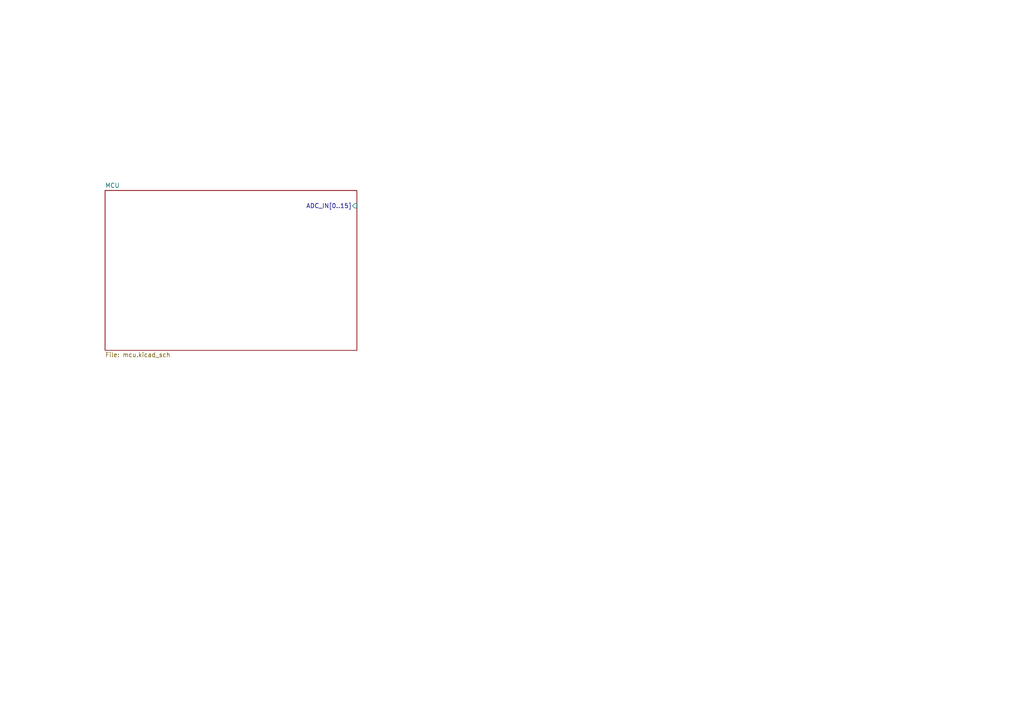
<source format=kicad_sch>
(kicad_sch (version 20230121) (generator eeschema)
  (paper "A4")
  (lib_symbols)
  (sheet (at 30.48 55.245) (size 73.025 46.355) (stroke (width 0.1524))
    (property "Sheetname" "MCU" (at 30.48 54.5334 0) (effects (justify left bottom)))
    (property "Sheetfile" "mcu.kicad_sch" (at 30.48 102.1846 0) (effects (justify left top)))
    (pin "ADC_IN[0..15]" input (at 103.505 59.69 0))
  )
)
</source>
